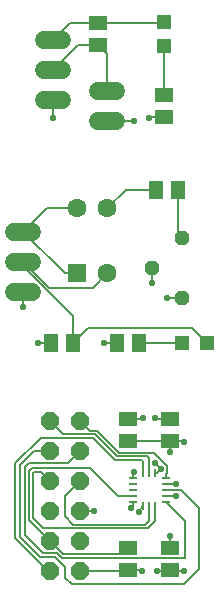
<source format=gbr>
G04 EAGLE Gerber RS-274X export*
G75*
%MOMM*%
%FSLAX34Y34*%
%LPD*%
%INTop Copper*%
%IPPOS*%
%AMOC8*
5,1,8,0,0,1.08239X$1,22.5*%
G01*
%ADD10R,1.500000X1.300000*%
%ADD11P,1.649562X8X112.500000*%
%ADD12C,1.524000*%
%ADD13R,1.200000X1.200000*%
%ADD14P,1.319650X8X292.500000*%
%ADD15R,1.300000X1.500000*%
%ADD16R,0.700000X0.280000*%
%ADD17R,0.280000X0.700000*%
%ADD18R,1.600000X1.600000*%
%ADD19C,1.600000*%
%ADD20C,0.152400*%
%ADD21C,0.550000*%


D10*
X121920Y155600D03*
X121920Y174600D03*
X157480Y155600D03*
X157480Y174600D03*
D11*
X55880Y45720D03*
X55880Y71120D03*
X55880Y96520D03*
X55880Y121920D03*
X55880Y147320D03*
X55880Y172720D03*
X81280Y45720D03*
X81280Y71120D03*
X81280Y96520D03*
X81280Y121920D03*
X81280Y147320D03*
X81280Y172720D03*
D12*
X40640Y281940D02*
X25400Y281940D01*
X25400Y307340D02*
X40640Y307340D01*
X40640Y332740D02*
X25400Y332740D01*
X50800Y444500D02*
X66040Y444500D01*
X66040Y469900D02*
X50800Y469900D01*
X50800Y495300D02*
X66040Y495300D01*
D13*
X152400Y489880D03*
X152400Y510880D03*
X167300Y238760D03*
X188300Y238760D03*
D10*
X157480Y65380D03*
X157480Y46380D03*
X121920Y65380D03*
X121920Y46380D03*
D14*
X167640Y277114D03*
X167640Y327406D03*
X142240Y302260D03*
D15*
X56540Y238760D03*
X75540Y238760D03*
X112420Y238760D03*
X131420Y238760D03*
X164440Y368300D03*
X145440Y368300D03*
D10*
X96520Y509880D03*
X96520Y490880D03*
X152400Y448920D03*
X152400Y429920D03*
D16*
X153700Y109300D03*
X153700Y104300D03*
X153700Y114300D03*
X153700Y119300D03*
X153700Y124300D03*
X125700Y119300D03*
X125700Y124300D03*
X125700Y114300D03*
X125700Y109300D03*
X125700Y104300D03*
D17*
X144700Y128300D03*
X139700Y128300D03*
X134700Y128300D03*
X134700Y100300D03*
X139700Y100300D03*
X144700Y100300D03*
D12*
X111760Y452120D02*
X96520Y452120D01*
X96520Y426720D02*
X111760Y426720D01*
D18*
X78740Y297620D03*
D19*
X104140Y297620D03*
X104140Y352620D03*
X78740Y352620D03*
D20*
X121920Y174600D02*
X133960Y174600D01*
X134620Y175260D01*
D21*
X134620Y175260D03*
X157480Y174600D03*
D20*
X145440Y174600D01*
X144780Y175260D01*
D21*
X144780Y175260D03*
D20*
X125700Y104300D02*
X125700Y100300D01*
X124460Y99060D01*
D21*
X124460Y99060D03*
D20*
X153700Y119300D02*
X153780Y119380D01*
X162560Y119380D01*
D21*
X162560Y119380D03*
D20*
X162480Y109300D02*
X153700Y109300D01*
X162480Y109300D02*
X162560Y109220D01*
D21*
X162560Y109220D03*
D20*
X92710Y96520D02*
X81280Y96520D01*
D21*
X92710Y96520D03*
D20*
X142240Y289560D02*
X142240Y302260D01*
D21*
X142240Y289560D03*
D20*
X112420Y238760D02*
X101600Y238760D01*
D21*
X101600Y238760D03*
D20*
X56540Y238760D02*
X45720Y238760D01*
D21*
X45720Y238760D03*
D20*
X167386Y276860D02*
X167640Y277114D01*
X167386Y276860D02*
X154940Y276860D01*
D21*
X154940Y276860D03*
D20*
X33020Y281940D02*
X33020Y269240D01*
D21*
X33020Y269240D03*
D20*
X140360Y429920D02*
X152400Y429920D01*
X140360Y429920D02*
X139700Y429260D01*
D21*
X139700Y429260D03*
D20*
X127000Y426720D02*
X104140Y426720D01*
D21*
X127000Y426720D03*
D20*
X58420Y429260D02*
X58420Y444500D01*
D21*
X58420Y429260D03*
D20*
X121920Y155600D02*
X157480Y155600D01*
X121260Y45720D02*
X81280Y45720D01*
X121260Y45720D02*
X121920Y46380D01*
X125700Y124300D02*
X125700Y128240D01*
X127000Y129540D01*
D21*
X127000Y129540D03*
X144700Y137160D03*
D20*
X149750Y132080D02*
X145970Y128300D01*
X144700Y128300D01*
X149750Y132080D02*
X149860Y132080D01*
D21*
X149860Y132080D03*
X157480Y146050D03*
D20*
X157480Y155600D01*
X144700Y137160D02*
X149780Y132080D01*
X149860Y132080D01*
X132690Y46380D02*
X121920Y46380D01*
X132690Y46380D02*
X133350Y45720D01*
D21*
X133350Y45720D03*
X146050Y45720D03*
D20*
X156820Y45720D01*
X157480Y46380D01*
X168910Y154940D02*
X168250Y155600D01*
X157480Y155600D01*
X157480Y155600D01*
D21*
X168910Y154940D03*
X168910Y45720D03*
D20*
X158140Y45720D01*
X157480Y46380D01*
X130810Y96410D02*
X134700Y100300D01*
X130810Y96410D02*
X130810Y95250D01*
D21*
X130810Y95250D03*
X157226Y75438D03*
D20*
X157480Y75184D01*
X157480Y65380D01*
X67017Y59944D02*
X55880Y71081D01*
X55880Y71120D01*
X67017Y59944D02*
X116484Y59944D01*
X121920Y65380D01*
X40601Y133096D02*
X38100Y130595D01*
X113497Y109300D02*
X125700Y109300D01*
X113497Y109300D02*
X89701Y133096D01*
X40601Y133096D01*
X38100Y130595D02*
X38100Y88900D01*
X55880Y71120D01*
X136471Y85010D02*
X139700Y88239D01*
X136471Y85010D02*
X75508Y85010D01*
X68580Y91938D01*
X68580Y109220D02*
X81280Y121920D01*
X68580Y109220D02*
X68580Y91938D01*
X139700Y88239D02*
X139700Y100300D01*
X49610Y81962D02*
X41148Y90424D01*
X55880Y121920D02*
X48260Y129540D01*
X42164Y129540D01*
X41148Y128524D01*
X41148Y90424D01*
X144700Y88362D02*
X144700Y100300D01*
X144700Y88362D02*
X138300Y81962D01*
X49610Y81962D01*
X71120Y137160D02*
X81280Y147320D01*
X71120Y137160D02*
X38100Y137160D01*
X34290Y133350D01*
X153700Y104300D02*
X170210Y87790D01*
X170210Y56388D01*
X66262Y56388D01*
X61944Y60706D02*
X49530Y60706D01*
X34290Y75946D01*
X61944Y60706D02*
X66262Y56388D01*
X34290Y75946D02*
X34290Y133350D01*
X42418Y147320D02*
X55880Y147320D01*
X42418Y147320D02*
X30480Y135382D01*
X30480Y74168D01*
X166400Y114300D02*
X181640Y99060D01*
X166400Y114300D02*
X153700Y114300D01*
X181640Y99060D02*
X181640Y47528D01*
X168910Y34798D01*
X46990Y57658D02*
X30480Y74168D01*
X46990Y57658D02*
X60198Y57658D01*
X68580Y49276D01*
X68580Y40132D01*
X73914Y34798D01*
X168910Y34798D01*
X153700Y127602D02*
X155150Y129052D01*
X153700Y127602D02*
X153700Y124300D01*
X155150Y129052D02*
X155150Y134420D01*
X95187Y164592D02*
X89408Y164592D01*
X81280Y172720D01*
X95187Y164592D02*
X113981Y145798D01*
X143772Y145798D02*
X155150Y134420D01*
X143772Y145798D02*
X113981Y145798D01*
X139656Y128344D02*
X139700Y128300D01*
X139656Y128344D02*
X139656Y141129D01*
X138081Y142704D01*
X112562Y142704D01*
X93722Y161544D02*
X67017Y161544D01*
X55880Y172681D01*
X55880Y172720D01*
X93722Y161544D02*
X112562Y142704D01*
X134700Y138360D02*
X134700Y128300D01*
X134700Y138360D02*
X133404Y139656D01*
X91733Y158496D02*
X47967Y158496D01*
X54063Y45720D02*
X55880Y45720D01*
X54063Y45720D02*
X26416Y73367D01*
X26416Y136945D01*
X47967Y158496D01*
X110573Y139656D02*
X133404Y139656D01*
X110573Y139656D02*
X91733Y158496D01*
X104140Y352620D02*
X119820Y368300D01*
X145440Y368300D01*
X75438Y238862D02*
X75540Y238760D01*
X33020Y303569D02*
X33020Y307340D01*
X75438Y261151D02*
X75438Y238862D01*
X75438Y261151D02*
X33020Y303569D01*
X104069Y297620D02*
X104140Y297620D01*
X104069Y297620D02*
X92005Y285556D01*
X54804Y285556D01*
X33020Y307340D01*
X88240Y251460D02*
X175758Y251460D01*
X88240Y251460D02*
X75540Y238760D01*
X188300Y238760D02*
X188379Y238839D01*
X175758Y251460D01*
X52900Y352620D02*
X33020Y332740D01*
X52900Y352620D02*
X78740Y352620D01*
X78740Y297620D02*
X68140Y297620D01*
X33020Y332740D01*
X131420Y238760D02*
X167300Y238760D01*
X167640Y327406D02*
X164440Y330606D01*
X164440Y368300D01*
X104140Y452120D02*
X104140Y483260D01*
X96520Y490880D01*
X79400Y490880D02*
X58420Y469900D01*
X79400Y490880D02*
X96520Y490880D01*
X152400Y489880D02*
X152400Y448920D01*
X73000Y509880D02*
X58420Y495300D01*
X73000Y509880D02*
X96520Y509880D01*
X151400Y509880D02*
X152400Y510880D01*
X151400Y509880D02*
X96520Y509880D01*
M02*

</source>
